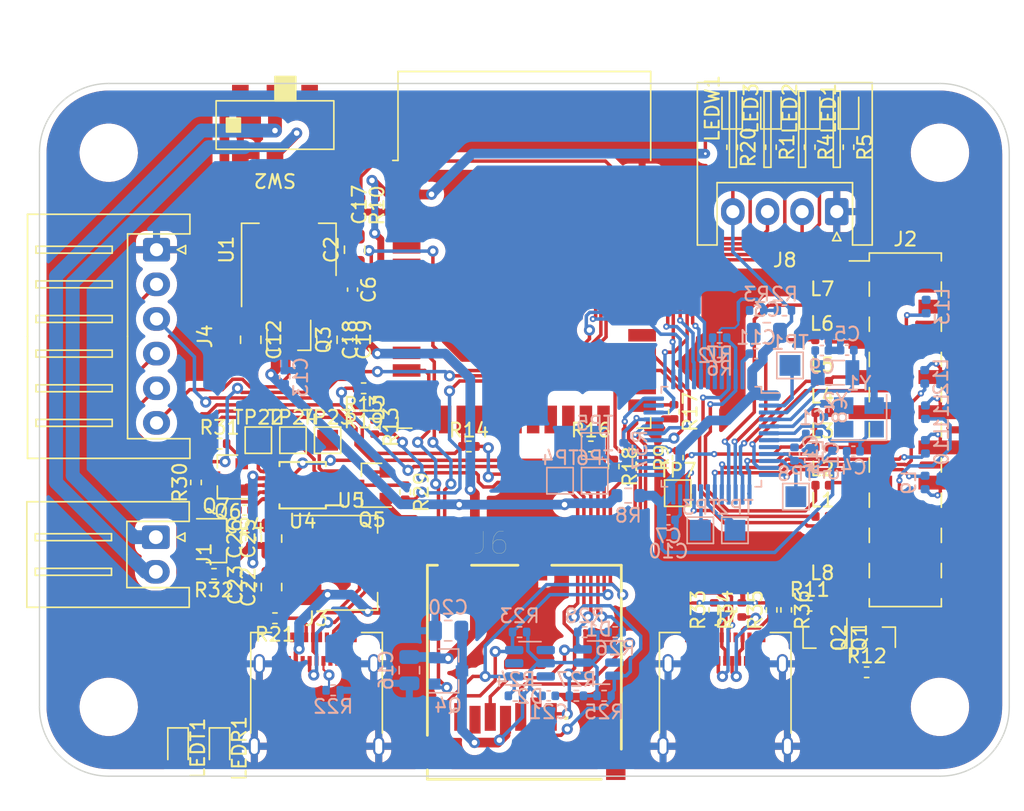
<source format=kicad_pcb>
(kicad_pcb (version 20210126) (generator pcbnew)

  (general
    (thickness 1.6)
  )

  (paper "A4")
  (layers
    (0 "F.Cu" signal)
    (31 "B.Cu" signal)
    (32 "B.Adhes" user "B.Adhesive")
    (33 "F.Adhes" user "F.Adhesive")
    (34 "B.Paste" user)
    (35 "F.Paste" user)
    (36 "B.SilkS" user "B.Silkscreen")
    (37 "F.SilkS" user "F.Silkscreen")
    (38 "B.Mask" user)
    (39 "F.Mask" user)
    (40 "Dwgs.User" user "User.Drawings")
    (41 "Cmts.User" user "User.Comments")
    (42 "Eco1.User" user "User.Eco1")
    (43 "Eco2.User" user "User.Eco2")
    (44 "Edge.Cuts" user)
    (45 "Margin" user)
    (46 "B.CrtYd" user "B.Courtyard")
    (47 "F.CrtYd" user "F.Courtyard")
    (48 "B.Fab" user)
    (49 "F.Fab" user)
    (50 "User.1" user)
    (51 "User.2" user)
    (52 "User.3" user)
    (53 "User.4" user)
    (54 "User.5" user)
    (55 "User.6" user)
    (56 "User.7" user)
    (57 "User.8" user)
    (58 "User.9" user)
  )

  (setup
    (stackup
      (layer "F.SilkS" (type "Top Silk Screen"))
      (layer "F.Paste" (type "Top Solder Paste"))
      (layer "F.Mask" (type "Top Solder Mask") (color "Green") (thickness 0.01))
      (layer "F.Cu" (type "copper") (thickness 0.035))
      (layer "dielectric 1" (type "core") (thickness 1.51) (material "FR4") (epsilon_r 4.5) (loss_tangent 0.02))
      (layer "B.Cu" (type "copper") (thickness 0.035))
      (layer "B.Mask" (type "Bottom Solder Mask") (color "Green") (thickness 0.01))
      (layer "B.Paste" (type "Bottom Solder Paste"))
      (layer "B.SilkS" (type "Bottom Silk Screen"))
      (copper_finish "None")
      (dielectric_constraints no)
    )
    (pcbplotparams
      (layerselection 0x00010fc_ffffffff)
      (disableapertmacros false)
      (usegerberextensions false)
      (usegerberattributes true)
      (usegerberadvancedattributes true)
      (creategerberjobfile true)
      (svguseinch false)
      (svgprecision 6)
      (excludeedgelayer true)
      (plotframeref false)
      (viasonmask false)
      (mode 1)
      (useauxorigin false)
      (hpglpennumber 1)
      (hpglpenspeed 20)
      (hpglpendiameter 15.000000)
      (dxfpolygonmode true)
      (dxfimperialunits true)
      (dxfusepcbnewfont true)
      (psnegative false)
      (psa4output false)
      (plotreference true)
      (plotvalue true)
      (plotinvisibletext false)
      (sketchpadsonfab false)
      (subtractmaskfromsilk false)
      (outputformat 1)
      (mirror false)
      (drillshape 1)
      (scaleselection 1)
      (outputdirectory "")
    )
  )


  (net 0 "")
  (net 1 "/~RST")
  (net 2 "GND")
  (net 3 "/3V3_STM")
  (net 4 "unconnected-(C12-Pad1)")
  (net 5 "/AVDD_STM")
  (net 6 "/XT_H2")
  (net 7 "/XT_L2")
  (net 8 "/XT_H1")
  (net 9 "/XT_L1")
  (net 10 "/ESP_EN_POST")
  (net 11 "+3V3")
  (net 12 "/VCC_ESP")
  (net 13 "/USB_PWR_IN")
  (net 14 "/GND_IN")
  (net 15 "/VCC_SD")
  (net 16 "unconnected-(C21-Pad1)")
  (net 17 "/VBAT_IN")
  (net 18 "/CH_V3")
  (net 19 "/3V3_CH")
  (net 20 "/SD_DAT2")
  (net 21 "/SD_DAT3")
  (net 22 "/SD_CLK")
  (net 23 "/SD_CMD")
  (net 24 "unconnected-(D2-Pad6)")
  (net 25 "unconnected-(D2-Pad4)")
  (net 26 "/SD_DAT1")
  (net 27 "unconnected-(U3-Pad31)")
  (net 28 "VCC")
  (net 29 "/CH_DM")
  (net 30 "Net-(J3-PadB5)")
  (net 31 "unconnected-(J3-PadB8)")
  (net 32 "/CH_DP")
  (net 33 "unconnected-(J3-PadA8)")
  (net 34 "Net-(J3-PadA5)")
  (net 35 "/ESP_TDI")
  (net 36 "/ESP_TCK")
  (net 37 "/ESP_TMS")
  (net 38 "/ESP_TDO")
  (net 39 "/ESP_TX0")
  (net 40 "/ESP_RX0")
  (net 41 "/SD_DET")
  (net 42 "/SD_DAT0")
  (net 43 "Net-(LED1-Pad1)")
  (net 44 "Net-(LED2-Pad1)")
  (net 45 "Net-(LED3-Pad1)")
  (net 46 "Net-(LEDR1-Pad1)")
  (net 47 "Net-(LEDT1-Pad1)")
  (net 48 "unconnected-(U3-Pad30)")
  (net 49 "Net-(LEDW1-Pad1)")
  (net 50 "Net-(Q1-Pad3)")
  (net 51 "/ADS_PWR")
  (net 52 "Net-(L8-Pad1)")
  (net 53 "+BATT")
  (net 54 "/~ESP_PWR")
  (net 55 "/~SD_EN")
  (net 56 "Net-(Q5-Pad3)")
  (net 57 "/CH_TX")
  (net 58 "Net-(Q6-Pad2)")
  (net 59 "Net-(Q7-Pad2)")
  (net 60 "/CH_RX")
  (net 61 "/LED3")
  (net 62 "/BOOT0")
  (net 63 "/LED2")
  (net 64 "/LED1")
  (net 65 "/SCL_PT")
  (net 66 "Net-(R6-Pad1)")
  (net 67 "/SDA_PT")
  (net 68 "Net-(R9-Pad2)")
  (net 69 "/ADS_CLK")
  (net 70 "/ESP_EN")
  (net 71 "/ESP_BOOT")
  (net 72 "/LEDW")
  (net 73 "unconnected-(SW2-Pad4)")
  (net 74 "unconnected-(SW2-Pad1)")
  (net 75 "Net-(TP1-Pad1)")
  (net 76 "Net-(TP2-Pad1)")
  (net 77 "Net-(TP3-Pad1)")
  (net 78 "Net-(U2-Pad10)")
  (net 79 "/STM_USB_PULLUP")
  (net 80 "Net-(TP6-Pad1)")
  (net 81 "Net-(TP7-Pad1)")
  (net 82 "Net-(U2-Pad26)")
  (net 83 "Net-(U2-Pad27)")
  (net 84 "Net-(TP22-Pad1)")
  (net 85 "Net-(TP23-Pad1)")
  (net 86 "Net-(TP24-Pad1)")
  (net 87 "/SWCLK")
  (net 88 "/STM_DP")
  (net 89 "/SWDIO")
  (net 90 "/ADS_NRST")
  (net 91 "/ESP_TX2")
  (net 92 "/ESP_RX2")
  (net 93 "/ADS_START")
  (net 94 "/ADS_MOSI")
  (net 95 "/ADS_MISO")
  (net 96 "/ADS_SCK")
  (net 97 "/ADS_NCS")
  (net 98 "/ADS_NPWDN")
  (net 99 "/ADS_CLKSEL")
  (net 100 "/ADS_NDRDY")
  (net 101 "unconnected-(U3-Pad32)")
  (net 102 "unconnected-(U3-Pad22)")
  (net 103 "unconnected-(U3-Pad21)")
  (net 104 "unconnected-(U3-Pad20)")
  (net 105 "unconnected-(U3-Pad19)")
  (net 106 "unconnected-(U3-Pad18)")
  (net 107 "unconnected-(U3-Pad17)")
  (net 108 "unconnected-(J2-Pad20)")
  (net 109 "Net-(J2-Pad17)")
  (net 110 "unconnected-(J2-Pad18)")
  (net 111 "Net-(J2-Pad15)")
  (net 112 "Net-(J2-Pad14)")
  (net 113 "Net-(J2-Pad13)")
  (net 114 "Net-(J2-Pad12)")
  (net 115 "Net-(J2-Pad11)")
  (net 116 "Net-(J2-Pad10)")
  (net 117 "Net-(J2-Pad9)")
  (net 118 "Net-(J2-Pad8)")
  (net 119 "Net-(J2-Pad7)")
  (net 120 "unconnected-(J2-Pad6)")
  (net 121 "Net-(J2-Pad5)")
  (net 122 "Net-(J2-Pad4)")
  (net 123 "Net-(J2-Pad3)")
  (net 124 "unconnected-(U3-Pad4)")
  (net 125 "unconnected-(U3-Pad5)")
  (net 126 "unconnected-(U3-Pad6)")
  (net 127 "unconnected-(U3-Pad7)")
  (net 128 "unconnected-(U3-Pad8)")
  (net 129 "unconnected-(U3-Pad9)")
  (net 130 "unconnected-(U3-Pad10)")
  (net 131 "Net-(J7-PadA4)")
  (net 132 "unconnected-(U3-Pad29)")
  (net 133 "unconnected-(U3-Pad36)")
  (net 134 "unconnected-(U3-Pad33)")
  (net 135 "unconnected-(J7-PadB8)")
  (net 136 "/STM_DM")
  (net 137 "/STM_VUSB")
  (net 138 "Net-(J7-PadB5)")
  (net 139 "unconnected-(J7-PadA8)")
  (net 140 "Net-(J7-PadA5)")

  (footprint "Inductor_SMD:L_0402_1005Metric" (layer "F.Cu") (at 156.5 116))

  (footprint "Inductor_SMD:L_0402_1005Metric" (layer "F.Cu") (at 156.5 126.25))

  (footprint "Connector_JST:JST_XH_S2B-XH-A_1x02_P2.50mm_Horizontal" (layer "F.Cu") (at 108.4 132.75 -90))

  (footprint "footprints:GCT_MEM2061-01-188-00-A_REVA" (layer "F.Cu") (at 135 142.5))

  (footprint "Resistor_SMD:R_0402_1005Metric" (layer "F.Cu") (at 123.4 122 180))

  (footprint "Resistor_SMD:R_0402_1005Metric" (layer "F.Cu") (at 153.9 138 -90))

  (footprint "LED_SMD:LED_0603_1608Metric" (layer "F.Cu") (at 158.4 101.8 90))

  (footprint "Package_TO_SOT_SMD:SOT-23" (layer "F.Cu") (at 113.6 128.4 180))

  (footprint "footprints:Copal_CL-SB-22B-11T" (layer "F.Cu") (at 117 103 180))

  (footprint "Capacitor_SMD:C_0402_1005Metric" (layer "F.Cu") (at 115.25 132.87 90))

  (footprint "Resistor_SMD:R_0402_1005Metric" (layer "F.Cu") (at 155.6 104.6 -90))

  (footprint "Capacitor_SMD:C_0805_2012Metric" (layer "F.Cu") (at 115.25 118.5 -90))

  (footprint "Connector_JST:JST_XH_S4B-XH-A_1x04_P2.50mm_Horizontal" (layer "F.Cu") (at 157.55 109.25 180))

  (footprint "LED_SMD:LED_0603_1608Metric" (layer "F.Cu") (at 110 148 -90))

  (footprint "Package_TO_SOT_SMD:SOT-23" (layer "F.Cu") (at 124 129 180))

  (footprint "Inductor_SMD:L_0402_1005Metric" (layer "F.Cu") (at 156.5 129))

  (footprint "Resistor_SMD:R_0402_1005Metric" (layer "F.Cu") (at 155.6 137.7))

  (footprint "Package_TO_SOT_SMD:SOT-223-3_TabPin2" (layer "F.Cu") (at 118 112 90))

  (footprint "Resistor_SMD:R_0402_1005Metric" (layer "F.Cu") (at 158.4 104.6 -90))

  (footprint "Resistor_SMD:R_0402_1005Metric" (layer "F.Cu") (at 152.8 104.6 -90))

  (footprint "Resistor_SMD:R_0402_1005Metric" (layer "F.Cu") (at 123.2 108.8 -90))

  (footprint "MountingHole:MountingHole_3.2mm_M3_DIN965" (layer "F.Cu") (at 165 105))

  (footprint "LED_SMD:LED_0603_1608Metric" (layer "F.Cu") (at 150 101.8 90))

  (footprint "Resistor_SMD:R_0402_1005Metric" (layer "F.Cu") (at 117 138.6 180))

  (footprint "Inductor_SMD:L_0402_1005Metric" (layer "F.Cu") (at 156.5 136.5))

  (footprint "Package_TO_SOT_SMD:SOT-23" (layer "F.Cu") (at 118 118.5 -90))

  (footprint "TestPoint:TestPoint_Pad_1.5x1.5mm" (layer "F.Cu") (at 120.8 125.75))

  (footprint "Resistor_SMD:R_0402_1005Metric" (layer "F.Cu") (at 152.85 138 90))

  (footprint "Package_TO_SOT_SMD:SOT-23" (layer "F.Cu") (at 160.2 140 90))

  (footprint "Capacitor_SMD:C_0402_1005Metric" (layer "F.Cu") (at 122.6 114.88 -90))

  (footprint "Resistor_SMD:R_0402_1005Metric" (layer "F.Cu") (at 126.4 129.5 -90))

  (footprint "Capacitor_SMD:C_0805_2012Metric" (layer "F.Cu") (at 116.75 132.85 90))

  (footprint "Resistor_SMD:R_0402_1005Metric" (layer "F.Cu") (at 159.71 142.5))

  (footprint "Package_SO:MSOP-10_3x3mm_P0.5mm" (layer "F.Cu") (at 119 129 180))

  (footprint "Resistor_SMD:R_0402_1005Metric" (layer "F.Cu") (at 124.2 124.8 -90))

  (footprint "Capacitor_SMD:C_0805_2012Metric" (layer "F.Cu") (at 122.75 112 90))

  (footprint "Resistor_SMD:R_0402_1005Metric" (layer "F.Cu") (at 148.71 138 90))

  (footprint "LED_SMD:LED_0603_1608Metric" (layer "F.Cu") (at 155.6 101.8 90))

  (footprint "TestPoint:TestPoint_Pad_1.5x1.5mm" (layer "F.Cu") (at 146.075 129.575))

  (footprint "Capacitor_SMD:C_0402_1005Metric" (layer "F.Cu") (at 114.8 130.8 180))

  (footprint "Resistor_SMD:R_0402_1005Metric" (layer "F.Cu") (at 139.8 126.2))

  (footprint "Connector_USB:USB_C_Receptacle_Amphenol_12401610E4-2A" (layer "F.Cu") (at 120 145))

  (footprint "Connector_USB:USB_C_Receptacle_Amphenol_12401610E4-2A" (layer "F.Cu") (at 149.5 145))

  (footprint "Capacitor_SMD:C_0402_1005Metric" (layer "F.Cu") (at 122.25 118.5 -90))

  (footprint "Capacitor_SMD:C_0805_2012Metric" (layer "F.Cu") (at 120.75 118.5 -90))

  (footprint "Resistor_SMD:R_0402_1005Metric" (layer "F.Cu") (at 111.3 128.8 90))

  (footprint "TestPoint:TestPoint_Pad_1.5x1.5mm" (layer "F.Cu") (at 118.3 125.75))

  (footprint "Capacitor_SMD:C_0402_1005Metric" (layer "F.Cu") (at 115.3 136.2 90))

  (footprint "Inductor_SMD:L_0402_1005Metric" (layer "F.Cu") (at 156.485 118.5))

  (footprint "RF_Module:ESP32-WROOM-32" (layer "F.Cu") (at 135 115))

  (footprint "Resistor_SMD:R_0402_1005Metric" (layer "F.Cu") (at 150 104.6 -90))

  (footprint "Inductor_SMD:L_0402_1005Metric" (layer "F.Cu")
    (tedit 5F68FEF0) (tstamp ac793997-ce1a-466c-99af-26b248baf085)
    (at 156.5 121.5)
    (descr "Inductor SMD 0402 (1005 Metric), square (rectangular) end terminal, IPC_7351 nominal, (Body size source: http://www.tortai-tech.com/upload/download/2011102023233369053.pdf), generated with kicad-footprint-generator")
    (tags "inductor")
    (property "Sheetfile" "control_board.kicad_sch")
    (property "Sheetname" "")
    (path "/145c5dcd-17c5-4a99-8538-1870656b3fec")
    (attr smd)
    (fp_text reference "L5" (at 0 -1.17) (layer "F.SilkS")
      (effects (font (size 1 1) (thickness 0.15)))
      (tstamp 8e7b7639-6c16-4903-9170-19149d991258)
    )
    (fp_text value "L_Core_Ferrite_Small" (at 0 1.17) (layer "F.Fab")
      (effects (font (size 1 1) (thickness 0.15)))
      (tstamp cd3a5ffc-7295-4261-a2e2-6dda13965693)
    )
    (fp_text user "${REFERENCE}" (at 0 0) (layer "F.Fab")
      (effects (font (size 0.25 0.25) (thickness 0.04)))
      (tstamp 750a064e-3dc6-4cce-b34e-13e383d44765)
    )
    (fp_line (start 0.93 -0.47) (end 0.93 0.47) (layer "F.CrtYd") (width 0.05) (tstamp 03bb5ff7-9ee7-4fdc-97d1-41f8eb813bd8))
    (fp_line (start -0.93 -0.47) (end 0.93 -0.47) (layer "F.CrtYd") (width 0.05) (tstamp 79ebf1fb-3614-4ed7-9afa-1729225b4b67))
    (fp_line (start 0.93 0.47) (end -0.93 0.47) (layer "F.CrtYd") (width 0.05) (tstamp 9537e40d-0316-4bb5-b02c-28e6d0b3d764))
    (fp_line (start -0.93 0.47) (end -0.93 -0.47) (layer "F.CrtYd") (width 0.05) (tstamp bcb377eb-4295-4589-b4a1-e7f6f3f2f53f))
    (fp_line (start -0.5 -0.25) (end 0.5 -0.25) (layer "F.Fab") (width 0.1) (tstamp 03a0babb-1c4b-48ac-a608-a65716685480))
    (fp_line (start 0.5 -0.25) (end 0.5 0.25) (layer "F.Fab") (width 0.1) (tstamp 225afbee-5a32-43ed-84c7-6c9a0dafdeb3))
    (fp_line (start -0.5 0.25) (end -0.5 -0.25) (layer "F.Fab") (width 0.1) (tstamp 368cc673-6c3e-4a94-9755-a8cb843bc27d))
    (fp_line (start 0.5 0.25) (end -0.5 0.25) (layer "F.Fab") (width 0.1) (tstamp ed078241-a6e7-4900-bc63-33e10475a03a))
    (pad "1" smd roundrect (at -0.485 0) (locked) (size 0.59 0.64) (layers "F.Cu" "F.Paste" "F.Mask") (roundrect_rratio 0.25)
      (net 97 "/ADS_NCS") (pintype "passive") (tstamp c6d2ce41-3b39-4012-8753-aac7688cdb4c))
    (pad "2" smd roundrect (at 0.485 0) (locked) (size 0.59 0.64) (layers "F.Cu" "F.Paste" "F.Mask") (roundrect_rratio 0.25)
      (net 
... [1021080 chars truncated]
</source>
